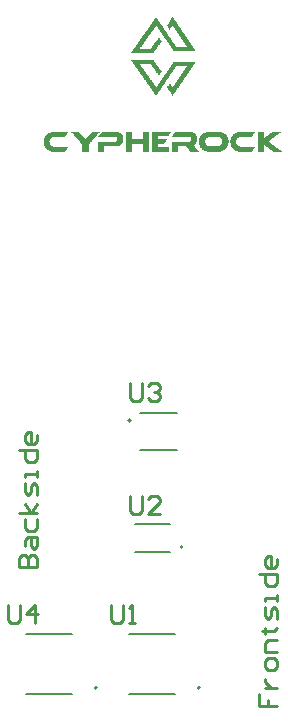
<source format=gbr>
%TF.GenerationSoftware,Altium Limited,Altium Designer,23.4.1 (23)*%
G04 Layer_Color=65535*
%FSLAX45Y45*%
%MOMM*%
%TF.SameCoordinates,B91EE142-B30E-402A-A340-A1283DCE037E*%
%TF.FilePolarity,Positive*%
%TF.FileFunction,Legend,Top*%
%TF.Part,Single*%
G01*
G75*
%TA.AperFunction,NonConductor*%
%ADD20C,0.20000*%
%ADD21C,0.12700*%
%ADD22C,0.25400*%
G36*
X1762546Y7163352D02*
X1765910D01*
Y7159988D01*
Y7156624D01*
X1769275D01*
Y7153259D01*
Y7149895D01*
X1772639D01*
Y7146531D01*
X1776004D01*
Y7143166D01*
X1779368D01*
Y7139802D01*
Y7136438D01*
X1782732D01*
Y7133073D01*
X1786097D01*
Y7129709D01*
Y7126344D01*
X1789461D01*
Y7122980D01*
X1792825D01*
Y7119616D01*
Y7116251D01*
X1796190D01*
Y7112887D01*
Y7109523D01*
X1799554D01*
Y7106158D01*
X1802918D01*
Y7102794D01*
X1806283D01*
Y7099430D01*
Y7096065D01*
X1809647D01*
Y7092701D01*
X1813012D01*
Y7089336D01*
Y7085972D01*
X1816376D01*
Y7082608D01*
X1819740D01*
Y7079243D01*
Y7075879D01*
X1823105D01*
Y7072515D01*
X1826469D01*
Y7069150D01*
X1829833D01*
Y7065786D01*
Y7062421D01*
X1833198D01*
Y7059057D01*
Y7055693D01*
X1836562D01*
Y7052328D01*
X1839926D01*
Y7048964D01*
Y7045600D01*
X1843291D01*
Y7042235D01*
X1846655D01*
Y7038871D01*
Y7035507D01*
X1850019D01*
Y7032142D01*
X1853384D01*
Y7028778D01*
Y7025413D01*
X1856748D01*
Y7022049D01*
X1860113D01*
Y7018685D01*
Y7015320D01*
X1863477D01*
Y7011956D01*
X1866841D01*
Y7008592D01*
X1870206D01*
Y7005227D01*
Y7001863D01*
X1873570D01*
Y6998499D01*
X1876935D01*
Y6995134D01*
Y6991770D01*
X1880299D01*
Y6988405D01*
X1883663D01*
Y6985041D01*
Y6981677D01*
X1887027D01*
Y6978312D01*
X1890392D01*
Y6974948D01*
Y6971584D01*
X1893756D01*
Y6968219D01*
X1897121D01*
Y6964855D01*
Y6961491D01*
X1900485D01*
Y6958126D01*
X1903849D01*
Y6954762D01*
Y6951397D01*
X1907214D01*
Y6948033D01*
X1910578D01*
Y6944669D01*
Y6941304D01*
X1913943D01*
Y6937940D01*
X1917307D01*
Y6934576D01*
Y6931211D01*
X1920671D01*
Y6927847D01*
X1924036D01*
Y6924482D01*
Y6921118D01*
X1927400D01*
Y6917754D01*
X1930764D01*
Y6914389D01*
Y6911025D01*
X1934129D01*
Y6907661D01*
X1937493D01*
Y6904296D01*
X1940857D01*
Y6900932D01*
Y6897568D01*
X1944222D01*
Y6894203D01*
X1947586D01*
Y6890839D01*
Y6887474D01*
X1950950D01*
Y6884110D01*
X1765910D01*
Y6887474D01*
X1762546D01*
Y6890839D01*
X1759182D01*
Y6894203D01*
Y6897568D01*
X1755817D01*
Y6900932D01*
X1752453D01*
Y6904296D01*
X1749089D01*
Y6907661D01*
Y6911025D01*
X1745724D01*
Y6914389D01*
X1742360D01*
Y6917754D01*
Y6921118D01*
X1738996D01*
Y6924482D01*
X1735631D01*
Y6927847D01*
Y6931211D01*
X1732267D01*
Y6934576D01*
X1728902D01*
Y6937940D01*
Y6941304D01*
X1725538D01*
Y6944669D01*
X1722174D01*
Y6948033D01*
Y6951397D01*
X1718809D01*
Y6954762D01*
X1715445D01*
Y6958126D01*
Y6961491D01*
X1712081D01*
Y6964855D01*
X1708716D01*
Y6968219D01*
Y6971584D01*
X1705352D01*
Y6974948D01*
X1701987D01*
Y6978312D01*
Y6981677D01*
X1698623D01*
Y6985041D01*
X1695259D01*
Y6988405D01*
X1691894D01*
Y6991770D01*
Y6995134D01*
X1688530D01*
Y6998499D01*
X1685166D01*
Y7001863D01*
Y7005227D01*
X1681801D01*
Y7008592D01*
X1678437D01*
Y7011956D01*
Y7015320D01*
X1675073D01*
Y7018685D01*
X1671708D01*
Y7022049D01*
Y7025413D01*
X1668344D01*
Y7028778D01*
X1664979D01*
Y7032142D01*
Y7035507D01*
X1661615D01*
Y7038871D01*
X1658251D01*
Y7042235D01*
Y7045600D01*
X1654886D01*
Y7048964D01*
X1651522D01*
Y7052328D01*
Y7055693D01*
X1648158D01*
Y7059057D01*
X1644793D01*
Y7062421D01*
Y7065786D01*
X1641429D01*
Y7069150D01*
X1638065D01*
Y7072515D01*
Y7075879D01*
X1634700D01*
Y7079243D01*
X1631336D01*
Y7082608D01*
Y7085972D01*
X1627971D01*
Y7089336D01*
X1624607D01*
Y7092701D01*
Y7096065D01*
X1617878D01*
Y7092701D01*
X1614514D01*
Y7089336D01*
Y7085972D01*
X1611150D01*
Y7082608D01*
X1607785D01*
Y7079243D01*
Y7075879D01*
X1604421D01*
Y7072515D01*
X1601056D01*
Y7069150D01*
X1597692D01*
Y7065786D01*
Y7062421D01*
X1594328D01*
Y7059057D01*
X1590963D01*
Y7055693D01*
Y7052328D01*
X1587599D01*
Y7048964D01*
X1584235D01*
Y7045600D01*
X1580870D01*
Y7042235D01*
Y7038871D01*
X1577506D01*
Y7035507D01*
X1574142D01*
Y7032142D01*
Y7028778D01*
X1570777D01*
Y7025413D01*
X1567413D01*
Y7022049D01*
Y7018685D01*
X1564048D01*
Y7015320D01*
X1560684D01*
Y7011956D01*
X1557320D01*
Y7008592D01*
Y7005227D01*
X1553955D01*
Y7001863D01*
Y6998499D01*
X1550591D01*
Y6995134D01*
X1547227D01*
Y6991770D01*
X1543862D01*
Y6988405D01*
Y6985041D01*
X1540498D01*
Y6981677D01*
X1537134D01*
Y6978312D01*
Y6974948D01*
X1533769D01*
Y6971584D01*
X1530405D01*
Y6968219D01*
X1527040D01*
Y6964855D01*
Y6961491D01*
X1523676D01*
Y6958126D01*
X1520312D01*
Y6954762D01*
Y6951397D01*
X1516947D01*
Y6948033D01*
X1513583D01*
Y6944669D01*
Y6941304D01*
X1510219D01*
Y6937940D01*
X1506854D01*
Y6934576D01*
X1503490D01*
Y6931211D01*
Y6927847D01*
X1500126D01*
Y6924482D01*
X1496761D01*
Y6921118D01*
Y6917754D01*
X1493397D01*
Y6914389D01*
X1490032D01*
Y6911025D01*
X1486668D01*
Y6907661D01*
Y6904296D01*
X1483304D01*
Y6900932D01*
Y6897568D01*
X1564048D01*
Y6894203D01*
X1570777D01*
Y6897568D01*
X1574142D01*
Y6900932D01*
X1577506D01*
Y6904296D01*
X1580870D01*
Y6907661D01*
Y6911025D01*
X1584235D01*
Y6914389D01*
Y6917754D01*
X1587599D01*
Y6921118D01*
X1590963D01*
Y6924482D01*
X1594328D01*
Y6927847D01*
Y6931211D01*
X1597692D01*
Y6934576D01*
X1601056D01*
Y6937940D01*
Y6941304D01*
X1604421D01*
Y6944669D01*
X1607785D01*
Y6948033D01*
Y6951397D01*
X1611150D01*
Y6954762D01*
X1614514D01*
Y6958126D01*
X1617878D01*
Y6961491D01*
Y6964855D01*
X1621243D01*
Y6968219D01*
X1624607D01*
Y6971584D01*
Y6974948D01*
X1627971D01*
Y6978312D01*
X1631336D01*
Y6981677D01*
X1634700D01*
Y6985041D01*
Y6988405D01*
X1638065D01*
Y6991770D01*
X1641429D01*
Y6995134D01*
Y6998499D01*
X1644793D01*
Y6995134D01*
Y6991770D01*
X1648158D01*
Y6988405D01*
Y6985041D01*
X1651522D01*
Y6981677D01*
X1654886D01*
Y6978312D01*
X1658251D01*
Y6974948D01*
Y6971584D01*
X1661615D01*
Y6968219D01*
X1664979D01*
Y6964855D01*
Y6961491D01*
Y6958126D01*
X1661615D01*
Y6954762D01*
X1658251D01*
Y6951397D01*
X1654886D01*
Y6948033D01*
Y6944669D01*
X1651522D01*
Y6941304D01*
X1648158D01*
Y6937940D01*
Y6934576D01*
X1644793D01*
Y6931211D01*
X1641429D01*
Y6927847D01*
X1638065D01*
Y6924482D01*
Y6921118D01*
X1634700D01*
Y6917754D01*
X1631336D01*
Y6914389D01*
Y6911025D01*
X1627971D01*
Y6907661D01*
X1624607D01*
Y6904296D01*
Y6900932D01*
X1621243D01*
Y6897568D01*
X1617878D01*
Y6894203D01*
X1614514D01*
Y6890839D01*
Y6887474D01*
X1611150D01*
Y6884110D01*
X1607785D01*
Y6880746D01*
Y6877381D01*
X1604421D01*
Y6874017D01*
X1601056D01*
Y6870653D01*
X1597692D01*
Y6867288D01*
Y6863924D01*
X1594328D01*
Y6860560D01*
X1402559D01*
Y6863924D01*
X1405923D01*
Y6867288D01*
X1409288D01*
Y6870653D01*
X1412652D01*
Y6874017D01*
X1416016D01*
Y6877381D01*
Y6880746D01*
X1419381D01*
Y6884110D01*
X1422745D01*
Y6887474D01*
Y6890839D01*
X1426109D01*
Y6894203D01*
X1429474D01*
Y6897568D01*
Y6900932D01*
X1432838D01*
Y6904296D01*
X1436203D01*
Y6907661D01*
Y6911025D01*
X1439567D01*
Y6914389D01*
X1442931D01*
Y6917754D01*
X1446296D01*
Y6921118D01*
Y6924482D01*
X1449660D01*
Y6927847D01*
X1453024D01*
Y6931211D01*
Y6934576D01*
X1456389D01*
Y6937940D01*
X1459753D01*
Y6941304D01*
X1463117D01*
Y6944669D01*
Y6948033D01*
X1466482D01*
Y6951397D01*
X1469846D01*
Y6954762D01*
Y6958126D01*
X1473211D01*
Y6961491D01*
X1476575D01*
Y6964855D01*
Y6968219D01*
X1479939D01*
Y6971584D01*
X1483304D01*
Y6974948D01*
X1486668D01*
Y6978312D01*
Y6981677D01*
X1490032D01*
Y6985041D01*
X1493397D01*
Y6988405D01*
Y6991770D01*
X1496761D01*
Y6995134D01*
X1500126D01*
Y6998499D01*
X1503490D01*
Y7001863D01*
Y7005227D01*
X1506854D01*
Y7008592D01*
X1510219D01*
Y7011956D01*
Y7015320D01*
X1513583D01*
Y7018685D01*
X1516947D01*
Y7022049D01*
X1520312D01*
Y7025413D01*
Y7028778D01*
X1523676D01*
Y7032142D01*
X1527040D01*
Y7035507D01*
Y7038871D01*
X1530405D01*
Y7042235D01*
X1533769D01*
Y7045600D01*
Y7048964D01*
X1537134D01*
Y7052328D01*
X1540498D01*
Y7055693D01*
Y7059057D01*
X1543862D01*
Y7062421D01*
X1547227D01*
Y7065786D01*
Y7069150D01*
X1550591D01*
Y7072515D01*
X1553955D01*
Y7075879D01*
X1557320D01*
Y7079243D01*
Y7082608D01*
X1560684D01*
Y7085972D01*
X1564048D01*
Y7089336D01*
Y7092701D01*
X1567413D01*
Y7096065D01*
X1570777D01*
Y7099430D01*
Y7102794D01*
X1574142D01*
Y7106158D01*
X1577506D01*
Y7109523D01*
X1580870D01*
Y7112887D01*
Y7116251D01*
X1584235D01*
Y7119616D01*
X1587599D01*
Y7122980D01*
Y7126344D01*
X1590963D01*
Y7129709D01*
X1594328D01*
Y7133073D01*
X1597692D01*
Y7136438D01*
Y7139802D01*
X1601056D01*
Y7143166D01*
X1604421D01*
Y7146531D01*
Y7149895D01*
X1607785D01*
Y7153259D01*
X1611150D01*
Y7156624D01*
X1614514D01*
Y7159988D01*
Y7163352D01*
X1617878D01*
Y7166717D01*
X1621243D01*
Y7163352D01*
X1624607D01*
Y7159988D01*
Y7156624D01*
X1627971D01*
Y7153259D01*
X1631336D01*
Y7149895D01*
Y7146531D01*
X1634700D01*
Y7143166D01*
X1638065D01*
Y7139802D01*
Y7136438D01*
X1641429D01*
Y7133073D01*
X1644793D01*
Y7129709D01*
Y7126344D01*
X1648158D01*
Y7122980D01*
X1651522D01*
Y7119616D01*
X1654886D01*
Y7116251D01*
Y7112887D01*
X1658251D01*
Y7109523D01*
X1661615D01*
Y7106158D01*
Y7102794D01*
X1664979D01*
Y7099430D01*
X1668344D01*
Y7096065D01*
Y7092701D01*
X1671708D01*
Y7089336D01*
X1675073D01*
Y7085972D01*
Y7082608D01*
X1678437D01*
Y7079243D01*
Y7075879D01*
X1681801D01*
Y7072515D01*
X1685166D01*
Y7069150D01*
X1688530D01*
Y7065786D01*
Y7062421D01*
X1691894D01*
Y7059057D01*
X1695259D01*
Y7055693D01*
Y7052328D01*
X1698623D01*
Y7048964D01*
X1701987D01*
Y7045600D01*
Y7042235D01*
X1705352D01*
Y7038871D01*
X1708716D01*
Y7035507D01*
Y7032142D01*
X1712081D01*
Y7028778D01*
X1715445D01*
Y7025413D01*
Y7022049D01*
X1718809D01*
Y7018685D01*
X1722174D01*
Y7015320D01*
Y7011956D01*
X1725538D01*
Y7008592D01*
X1728902D01*
Y7005227D01*
X1732267D01*
Y7001863D01*
Y6998499D01*
X1735631D01*
Y6995134D01*
X1738996D01*
Y6991770D01*
Y6988405D01*
X1742360D01*
Y6985041D01*
Y6981677D01*
X1745724D01*
Y6978312D01*
X1749089D01*
Y6974948D01*
X1752453D01*
Y6971584D01*
Y6968219D01*
X1755817D01*
Y6964855D01*
Y6961491D01*
X1759182D01*
Y6958126D01*
X1762546D01*
Y6954762D01*
X1765910D01*
Y6951397D01*
Y6948033D01*
X1769275D01*
Y6944669D01*
X1772639D01*
Y6941304D01*
Y6937940D01*
X1776004D01*
Y6934576D01*
X1779368D01*
Y6931211D01*
Y6927847D01*
X1782732D01*
Y6924482D01*
X1786097D01*
Y6921118D01*
Y6917754D01*
X1876935D01*
Y6921118D01*
Y6924482D01*
X1873570D01*
Y6927847D01*
Y6931211D01*
X1870206D01*
Y6934576D01*
X1866841D01*
Y6937940D01*
Y6941304D01*
X1863477D01*
Y6944669D01*
X1860113D01*
Y6948033D01*
X1856748D01*
Y6951397D01*
Y6954762D01*
X1853384D01*
Y6958126D01*
Y6961491D01*
X1850019D01*
Y6964855D01*
X1846655D01*
Y6968219D01*
X1843291D01*
Y6971584D01*
Y6974948D01*
X1839926D01*
Y6978312D01*
X1836562D01*
Y6981677D01*
Y6985041D01*
X1833198D01*
Y6988405D01*
X1829833D01*
Y6991770D01*
Y6995134D01*
X1826469D01*
Y6998499D01*
X1823105D01*
Y7001863D01*
Y7005227D01*
X1819740D01*
Y7008592D01*
X1816376D01*
Y7011956D01*
X1813012D01*
Y7015320D01*
Y7018685D01*
X1809647D01*
Y7022049D01*
X1806283D01*
Y7025413D01*
Y7028778D01*
X1802918D01*
Y7032142D01*
X1799554D01*
Y7035507D01*
Y7038871D01*
X1796190D01*
Y7042235D01*
X1792825D01*
Y7045600D01*
Y7048964D01*
X1789461D01*
Y7052328D01*
X1786097D01*
Y7055693D01*
Y7059057D01*
X1782732D01*
Y7062421D01*
X1779368D01*
Y7065786D01*
Y7069150D01*
X1776004D01*
Y7072515D01*
X1772639D01*
Y7075879D01*
Y7079243D01*
X1769275D01*
Y7082608D01*
X1765910D01*
Y7085972D01*
X1762546D01*
Y7089336D01*
Y7092701D01*
X1752453D01*
Y7089336D01*
Y7085972D01*
X1749089D01*
Y7082608D01*
X1745724D01*
Y7079243D01*
Y7075879D01*
X1742360D01*
Y7072515D01*
X1738996D01*
Y7069150D01*
Y7065786D01*
X1735631D01*
Y7062421D01*
X1732267D01*
Y7065786D01*
Y7069150D01*
X1728902D01*
Y7072515D01*
Y7075879D01*
X1725538D01*
Y7079243D01*
X1722174D01*
Y7082608D01*
X1718809D01*
Y7085972D01*
Y7089336D01*
X1715445D01*
Y7092701D01*
X1712081D01*
Y7096065D01*
Y7099430D01*
X1715445D01*
Y7102794D01*
X1718809D01*
Y7106158D01*
Y7109523D01*
X1722174D01*
Y7112887D01*
X1725538D01*
Y7116251D01*
Y7119616D01*
X1728902D01*
Y7122980D01*
X1732267D01*
Y7126344D01*
Y7129709D01*
X1735631D01*
Y7133073D01*
X1738996D01*
Y7136438D01*
Y7139802D01*
X1742360D01*
Y7143166D01*
Y7146531D01*
X1745724D01*
Y7149895D01*
X1749089D01*
Y7153259D01*
Y7156624D01*
X1752453D01*
Y7159988D01*
X1755817D01*
Y7163352D01*
Y7166717D01*
X1762546D01*
Y7163352D01*
D02*
G37*
G36*
X1597692Y6803365D02*
Y6800001D01*
X1601056D01*
Y6796637D01*
Y6793272D01*
X1604421D01*
Y6789908D01*
X1607785D01*
Y6786543D01*
X1611150D01*
Y6783179D01*
X1614514D01*
Y6779815D01*
Y6776451D01*
X1617878D01*
Y6773086D01*
Y6769722D01*
X1621243D01*
Y6766357D01*
X1624607D01*
Y6762993D01*
X1627971D01*
Y6759629D01*
Y6756264D01*
X1631336D01*
Y6752900D01*
X1634700D01*
Y6749535D01*
Y6746171D01*
X1638065D01*
Y6742807D01*
X1641429D01*
Y6739442D01*
X1644793D01*
Y6736078D01*
Y6732714D01*
X1648158D01*
Y6729349D01*
X1651522D01*
Y6725985D01*
Y6722621D01*
X1654886D01*
Y6719256D01*
X1658251D01*
Y6715892D01*
Y6712528D01*
X1661615D01*
Y6709163D01*
X1664979D01*
Y6705799D01*
Y6702434D01*
X1661615D01*
Y6699070D01*
Y6695706D01*
X1658251D01*
Y6692341D01*
X1654886D01*
Y6688977D01*
X1651522D01*
Y6685612D01*
Y6682248D01*
X1648158D01*
Y6678884D01*
X1644793D01*
Y6675520D01*
Y6672155D01*
X1641429D01*
Y6675520D01*
X1638065D01*
Y6678884D01*
Y6682248D01*
X1634700D01*
Y6685612D01*
X1631336D01*
Y6688977D01*
Y6692341D01*
X1627971D01*
Y6695706D01*
X1624607D01*
Y6699070D01*
X1621243D01*
Y6702434D01*
Y6705799D01*
X1617878D01*
Y6709163D01*
X1614514D01*
Y6712528D01*
Y6715892D01*
X1611150D01*
Y6719256D01*
X1607785D01*
Y6722621D01*
Y6725985D01*
X1604421D01*
Y6729349D01*
X1601056D01*
Y6732714D01*
X1597692D01*
Y6736078D01*
Y6739442D01*
X1594328D01*
Y6742807D01*
X1590963D01*
Y6746171D01*
Y6749535D01*
X1587599D01*
Y6752900D01*
X1584235D01*
Y6756264D01*
Y6759629D01*
X1580870D01*
Y6762993D01*
X1577506D01*
Y6766357D01*
X1574142D01*
Y6769722D01*
Y6773086D01*
X1483304D01*
Y6769722D01*
Y6766357D01*
Y6762993D01*
X1486668D01*
Y6759629D01*
X1490032D01*
Y6756264D01*
X1493397D01*
Y6752900D01*
Y6749535D01*
X1496761D01*
Y6746171D01*
X1500126D01*
Y6742807D01*
Y6739442D01*
X1503490D01*
Y6736078D01*
X1506854D01*
Y6732714D01*
X1510219D01*
Y6729349D01*
Y6725985D01*
X1513583D01*
Y6722621D01*
X1516947D01*
Y6719256D01*
Y6715892D01*
X1520312D01*
Y6712528D01*
X1523676D01*
Y6709163D01*
Y6705799D01*
X1527040D01*
Y6702434D01*
X1530405D01*
Y6699070D01*
X1533769D01*
Y6695706D01*
Y6692341D01*
X1537134D01*
Y6688977D01*
X1540498D01*
Y6685612D01*
Y6682248D01*
X1543862D01*
Y6678884D01*
X1547227D01*
Y6675520D01*
Y6672155D01*
X1550591D01*
Y6668791D01*
X1553955D01*
Y6665426D01*
X1557320D01*
Y6662062D01*
Y6658698D01*
X1560684D01*
Y6655333D01*
X1564048D01*
Y6651969D01*
Y6648604D01*
X1567413D01*
Y6645240D01*
X1570777D01*
Y6641876D01*
Y6638511D01*
X1574142D01*
Y6635147D01*
X1577506D01*
Y6631783D01*
X1580870D01*
Y6628419D01*
Y6625054D01*
X1584235D01*
Y6621690D01*
X1587599D01*
Y6618325D01*
Y6614961D01*
X1590963D01*
Y6611597D01*
X1594328D01*
Y6608232D01*
X1597692D01*
Y6604868D01*
Y6601503D01*
X1601056D01*
Y6598139D01*
Y6594775D01*
X1604421D01*
Y6591410D01*
X1607785D01*
Y6588046D01*
X1611150D01*
Y6584682D01*
Y6581317D01*
X1614514D01*
Y6577953D01*
X1617878D01*
Y6574589D01*
X1624607D01*
Y6577953D01*
X1627971D01*
Y6581317D01*
Y6584682D01*
X1631336D01*
Y6588046D01*
Y6591410D01*
X1634700D01*
Y6594775D01*
X1638065D01*
Y6598139D01*
X1641429D01*
Y6601503D01*
Y6604868D01*
X1644793D01*
Y6608232D01*
Y6611597D01*
X1648158D01*
Y6614961D01*
X1651522D01*
Y6618325D01*
X1654886D01*
Y6621690D01*
Y6625054D01*
X1658251D01*
Y6628419D01*
X1661615D01*
Y6631783D01*
Y6635147D01*
X1664979D01*
Y6638511D01*
X1668344D01*
Y6641876D01*
Y6645240D01*
X1671708D01*
Y6648604D01*
X1675073D01*
Y6651969D01*
Y6655333D01*
X1678437D01*
Y6658698D01*
X1681801D01*
Y6662062D01*
Y6665426D01*
X1685166D01*
Y6668791D01*
X1688530D01*
Y6672155D01*
Y6675520D01*
X1691894D01*
Y6678884D01*
X1695259D01*
Y6682248D01*
Y6685612D01*
X1698623D01*
Y6688977D01*
X1701987D01*
Y6692341D01*
X1705352D01*
Y6695706D01*
Y6699070D01*
X1708716D01*
Y6702434D01*
Y6705799D01*
X1712081D01*
Y6709163D01*
X1715445D01*
Y6712528D01*
X1718809D01*
Y6715892D01*
Y6719256D01*
X1722174D01*
Y6722621D01*
X1725538D01*
Y6725985D01*
Y6729349D01*
X1728902D01*
Y6732714D01*
X1732267D01*
Y6736078D01*
Y6739442D01*
X1735631D01*
Y6742807D01*
Y6746171D01*
X1738996D01*
Y6749535D01*
X1742360D01*
Y6752900D01*
X1745724D01*
Y6756264D01*
Y6759629D01*
X1749089D01*
Y6762993D01*
X1752453D01*
Y6766357D01*
Y6769722D01*
X1755817D01*
Y6773086D01*
X1759182D01*
Y6776451D01*
Y6779815D01*
X1762546D01*
Y6783179D01*
X1765910D01*
Y6786543D01*
X1950950D01*
Y6783179D01*
X1947586D01*
Y6779815D01*
Y6776451D01*
X1944222D01*
Y6773086D01*
X1940857D01*
Y6769722D01*
Y6766357D01*
X1937493D01*
Y6762993D01*
X1934129D01*
Y6759629D01*
Y6756264D01*
X1930764D01*
Y6752900D01*
X1927400D01*
Y6749535D01*
Y6746171D01*
X1924036D01*
Y6742807D01*
X1920671D01*
Y6739442D01*
X1917307D01*
Y6736078D01*
Y6732714D01*
X1913943D01*
Y6729349D01*
Y6725985D01*
X1910578D01*
Y6722621D01*
X1907214D01*
Y6719256D01*
Y6715892D01*
X1903849D01*
Y6712528D01*
X1900485D01*
Y6709163D01*
Y6705799D01*
X1897121D01*
Y6702434D01*
X1893756D01*
Y6699070D01*
X1890392D01*
Y6695706D01*
Y6692341D01*
X1887027D01*
Y6688977D01*
Y6685612D01*
X1883663D01*
Y6682248D01*
X1880299D01*
Y6678884D01*
X1876935D01*
Y6675520D01*
Y6672155D01*
X1873570D01*
Y6668791D01*
Y6665426D01*
X1870206D01*
Y6662062D01*
X1866841D01*
Y6658698D01*
X1863477D01*
Y6655333D01*
Y6651969D01*
X1860113D01*
Y6648604D01*
X1856748D01*
Y6645240D01*
Y6641876D01*
X1853384D01*
Y6638511D01*
X1850019D01*
Y6635147D01*
Y6631783D01*
X1846655D01*
Y6628419D01*
X1843291D01*
Y6625054D01*
Y6621690D01*
X1839926D01*
Y6618325D01*
X1836562D01*
Y6614961D01*
Y6611597D01*
X1833198D01*
Y6608232D01*
X1829833D01*
Y6604868D01*
Y6601503D01*
X1826469D01*
Y6598139D01*
X1823105D01*
Y6594775D01*
Y6591410D01*
X1819740D01*
Y6588046D01*
X1816376D01*
Y6584682D01*
X1813012D01*
Y6581317D01*
Y6577953D01*
X1809647D01*
Y6574589D01*
Y6571224D01*
X1806283D01*
Y6567860D01*
X1802918D01*
Y6564495D01*
X1799554D01*
Y6561131D01*
Y6557767D01*
X1796190D01*
Y6554402D01*
Y6551038D01*
X1792825D01*
Y6547673D01*
X1789461D01*
Y6544309D01*
Y6540945D01*
X1786097D01*
Y6537581D01*
X1782732D01*
Y6534216D01*
Y6530852D01*
X1779368D01*
Y6527487D01*
X1776004D01*
Y6524123D01*
X1772639D01*
Y6520759D01*
Y6517394D01*
X1769275D01*
Y6514030D01*
X1765910D01*
Y6510666D01*
Y6507301D01*
X1762546D01*
Y6503937D01*
Y6500572D01*
X1759182D01*
Y6503937D01*
X1755817D01*
Y6507301D01*
Y6510666D01*
X1752453D01*
Y6514030D01*
X1749089D01*
Y6517394D01*
X1745724D01*
Y6520759D01*
Y6524123D01*
X1742360D01*
Y6527487D01*
Y6530852D01*
X1738996D01*
Y6534216D01*
X1735631D01*
Y6537581D01*
Y6540945D01*
X1732267D01*
Y6544309D01*
X1728902D01*
Y6547673D01*
Y6551038D01*
X1725538D01*
Y6554402D01*
X1722174D01*
Y6557767D01*
Y6561131D01*
X1718809D01*
Y6564495D01*
X1715445D01*
Y6567860D01*
Y6571224D01*
X1712081D01*
Y6574589D01*
X1715445D01*
Y6577953D01*
Y6581317D01*
X1718809D01*
Y6584682D01*
X1722174D01*
Y6588046D01*
X1725538D01*
Y6591410D01*
Y6594775D01*
X1728902D01*
Y6598139D01*
Y6601503D01*
X1732267D01*
Y6604868D01*
X1735631D01*
Y6601503D01*
X1738996D01*
Y6598139D01*
X1742360D01*
Y6594775D01*
Y6591410D01*
X1745724D01*
Y6588046D01*
X1749089D01*
Y6584682D01*
Y6581317D01*
X1752453D01*
Y6577953D01*
X1755817D01*
Y6574589D01*
X1762546D01*
Y6577953D01*
Y6581317D01*
X1765910D01*
Y6584682D01*
Y6588046D01*
X1769275D01*
Y6591410D01*
X1772639D01*
Y6594775D01*
X1776004D01*
Y6598139D01*
Y6601503D01*
X1779368D01*
Y6604868D01*
X1782732D01*
Y6608232D01*
Y6611597D01*
X1786097D01*
Y6614961D01*
X1789461D01*
Y6618325D01*
Y6621690D01*
X1792825D01*
Y6625054D01*
X1796190D01*
Y6628419D01*
Y6631783D01*
X1799554D01*
Y6635147D01*
X1802918D01*
Y6638511D01*
Y6641876D01*
X1806283D01*
Y6645240D01*
X1809647D01*
Y6648604D01*
Y6651969D01*
X1813012D01*
Y6655333D01*
X1816376D01*
Y6658698D01*
X1819740D01*
Y6662062D01*
Y6665426D01*
X1823105D01*
Y6668791D01*
Y6672155D01*
X1826469D01*
Y6675520D01*
X1829833D01*
Y6678884D01*
X1833198D01*
Y6682248D01*
Y6685612D01*
X1836562D01*
Y6688977D01*
Y6692341D01*
X1839926D01*
Y6695706D01*
X1843291D01*
Y6699070D01*
X1846655D01*
Y6702434D01*
Y6705799D01*
X1850019D01*
Y6709163D01*
X1853384D01*
Y6712528D01*
Y6715892D01*
X1856748D01*
Y6719256D01*
X1860113D01*
Y6722621D01*
X1863477D01*
Y6725985D01*
Y6729349D01*
X1866841D01*
Y6732714D01*
Y6736078D01*
X1870206D01*
Y6739442D01*
X1873570D01*
Y6742807D01*
X1876935D01*
Y6746171D01*
Y6749535D01*
Y6752900D01*
X1789461D01*
Y6749535D01*
X1786097D01*
Y6746171D01*
X1782732D01*
Y6742807D01*
Y6739442D01*
X1779368D01*
Y6736078D01*
X1776004D01*
Y6732714D01*
Y6729349D01*
X1772639D01*
Y6725985D01*
X1769275D01*
Y6722621D01*
X1765910D01*
Y6719256D01*
Y6715892D01*
X1762546D01*
Y6712528D01*
X1759182D01*
Y6709163D01*
Y6705799D01*
X1755817D01*
Y6702434D01*
X1752453D01*
Y6699070D01*
Y6695706D01*
X1749089D01*
Y6692341D01*
X1745724D01*
Y6688977D01*
Y6685612D01*
X1742360D01*
Y6682248D01*
X1738996D01*
Y6678884D01*
Y6675520D01*
X1735631D01*
Y6672155D01*
X1732267D01*
Y6668791D01*
Y6665426D01*
X1728902D01*
Y6662062D01*
X1725538D01*
Y6658698D01*
Y6655333D01*
X1722174D01*
Y6651969D01*
X1718809D01*
Y6648604D01*
Y6645240D01*
X1715445D01*
Y6641876D01*
X1712081D01*
Y6638511D01*
Y6635147D01*
X1708716D01*
Y6631783D01*
X1705352D01*
Y6628419D01*
X1701987D01*
Y6625054D01*
Y6621690D01*
X1698623D01*
Y6618325D01*
Y6614961D01*
X1695259D01*
Y6611597D01*
X1691894D01*
Y6608232D01*
Y6604868D01*
X1688530D01*
Y6601503D01*
X1685166D01*
Y6598139D01*
Y6594775D01*
X1681801D01*
Y6591410D01*
X1678437D01*
Y6588046D01*
X1675073D01*
Y6584682D01*
Y6581317D01*
X1671708D01*
Y6577953D01*
Y6574589D01*
X1668344D01*
Y6571224D01*
X1664979D01*
Y6567860D01*
X1661615D01*
Y6564495D01*
Y6561131D01*
X1658251D01*
Y6557767D01*
Y6554402D01*
X1654886D01*
Y6551038D01*
X1651522D01*
Y6547673D01*
X1648158D01*
Y6544309D01*
Y6540945D01*
X1644793D01*
Y6537581D01*
Y6534216D01*
X1641429D01*
Y6530852D01*
X1638065D01*
Y6527487D01*
X1634700D01*
Y6524123D01*
Y6520759D01*
X1631336D01*
Y6517394D01*
X1627971D01*
Y6514030D01*
Y6510666D01*
X1624607D01*
Y6507301D01*
X1621243D01*
Y6503937D01*
Y6500572D01*
X1617878D01*
Y6503937D01*
Y6507301D01*
X1614514D01*
Y6510666D01*
X1611150D01*
Y6514030D01*
X1607785D01*
Y6517394D01*
Y6520759D01*
X1604421D01*
Y6524123D01*
X1601056D01*
Y6527487D01*
Y6530852D01*
X1597692D01*
Y6534216D01*
X1594328D01*
Y6537581D01*
X1590963D01*
Y6540945D01*
Y6544309D01*
X1587599D01*
Y6547673D01*
X1584235D01*
Y6551038D01*
Y6554402D01*
X1580870D01*
Y6557767D01*
X1577506D01*
Y6561131D01*
Y6564495D01*
X1574142D01*
Y6567860D01*
X1570777D01*
Y6571224D01*
Y6574589D01*
X1567413D01*
Y6577953D01*
X1564048D01*
Y6581317D01*
X1560684D01*
Y6584682D01*
Y6588046D01*
X1557320D01*
Y6591410D01*
X1553955D01*
Y6594775D01*
Y6598139D01*
X1550591D01*
Y6601503D01*
X1547227D01*
Y6604868D01*
X1543862D01*
Y6608232D01*
Y6611597D01*
X1540498D01*
Y6614961D01*
X1537134D01*
Y6618325D01*
Y6621690D01*
X1533769D01*
Y6625054D01*
X1530405D01*
Y6628419D01*
Y6631783D01*
X1527040D01*
Y6635147D01*
X1523676D01*
Y6638511D01*
X1520312D01*
Y6641876D01*
Y6645240D01*
X1516947D01*
Y6648604D01*
X1513583D01*
Y6651969D01*
Y6655333D01*
X1510219D01*
Y6658698D01*
X1506854D01*
Y6662062D01*
Y6665426D01*
X1503490D01*
Y6668791D01*
X1500126D01*
Y6672155D01*
X1496761D01*
Y6675520D01*
Y6678884D01*
X1493397D01*
Y6682248D01*
Y6685612D01*
X1490032D01*
Y6688977D01*
X1486668D01*
Y6692341D01*
X1483304D01*
Y6695706D01*
X1479939D01*
Y6699070D01*
Y6702434D01*
X1476575D01*
Y6705799D01*
Y6709163D01*
X1473211D01*
Y6712528D01*
X1469846D01*
Y6715892D01*
X1466482D01*
Y6719256D01*
Y6722621D01*
X1463117D01*
Y6725985D01*
X1459753D01*
Y6729349D01*
Y6732714D01*
X1456389D01*
Y6736078D01*
X1453024D01*
Y6739442D01*
Y6742807D01*
X1449660D01*
Y6746171D01*
X1446296D01*
Y6749535D01*
X1442931D01*
Y6752900D01*
Y6756264D01*
X1439567D01*
Y6759629D01*
X1436203D01*
Y6762993D01*
Y6766357D01*
X1432838D01*
Y6769722D01*
X1429474D01*
Y6773086D01*
X1426109D01*
Y6776451D01*
Y6779815D01*
X1422745D01*
Y6783179D01*
X1419381D01*
Y6786543D01*
Y6789908D01*
X1416016D01*
Y6793272D01*
X1412652D01*
Y6796637D01*
X1409288D01*
Y6800001D01*
Y6803365D01*
X1405923D01*
Y6806730D01*
X1597692D01*
Y6803365D01*
D02*
G37*
G36*
X2681018Y6194415D02*
X2674289D01*
Y6191051D01*
X2670925D01*
Y6187686D01*
X2667560D01*
Y6184322D01*
X2660831D01*
Y6180958D01*
X2657467D01*
Y6177593D01*
X2654103D01*
Y6174229D01*
X2647374D01*
Y6170865D01*
X2644010D01*
Y6167500D01*
X2637281D01*
Y6164136D01*
X2633916D01*
Y6160772D01*
X2630552D01*
Y6157407D01*
X2627188D01*
Y6154043D01*
X2620459D01*
Y6150678D01*
X2617095D01*
Y6147314D01*
X2610366D01*
Y6143950D01*
X2607002D01*
Y6140585D01*
X2603637D01*
Y6137221D01*
X2600273D01*
Y6133857D01*
X2593544D01*
Y6130492D01*
X2590180D01*
Y6127128D01*
X2586816D01*
Y6123763D01*
X2580087D01*
Y6120399D01*
X2576722D01*
Y6117035D01*
X2573358D01*
Y6113671D01*
Y6110306D01*
X2576722D01*
Y6106942D01*
X2580087D01*
Y6103577D01*
X2586816D01*
Y6100213D01*
X2590180D01*
Y6096849D01*
X2596908D01*
Y6093484D01*
X2600273D01*
Y6090120D01*
X2603637D01*
Y6086755D01*
X2610366D01*
Y6083391D01*
X2613730D01*
Y6080027D01*
X2617095D01*
Y6076662D01*
X2623824D01*
Y6073298D01*
X2627188D01*
Y6069934D01*
X2633916D01*
Y6066570D01*
X2637281D01*
Y6063205D01*
X2640645D01*
Y6059841D01*
X2644010D01*
Y6056476D01*
X2650738D01*
Y6053112D01*
X2654103D01*
Y6049748D01*
X2660831D01*
Y6046383D01*
X2664196D01*
Y6043019D01*
X2667560D01*
Y6039654D01*
X2674289D01*
Y6036290D01*
X2677653D01*
Y6032926D01*
X2681018D01*
Y6029561D01*
X2610366D01*
Y6032926D01*
X2607002D01*
Y6036290D01*
X2600273D01*
Y6039654D01*
X2596908D01*
Y6043019D01*
X2590180D01*
Y6046383D01*
X2586816D01*
Y6049748D01*
X2580087D01*
Y6053112D01*
X2576722D01*
Y6056476D01*
X2569994D01*
Y6059841D01*
X2566629D01*
Y6063205D01*
X2563265D01*
Y6066570D01*
X2556536D01*
Y6069934D01*
X2553172D01*
Y6073298D01*
X2546443D01*
Y6076662D01*
X2543079D01*
Y6080027D01*
X2539715D01*
Y6083391D01*
X2529621D01*
Y6080027D01*
Y6076662D01*
Y6073298D01*
Y6069934D01*
Y6066570D01*
Y6063205D01*
Y6059841D01*
Y6056476D01*
Y6053112D01*
Y6049748D01*
Y6046383D01*
Y6043019D01*
Y6039654D01*
Y6036290D01*
Y6032926D01*
Y6029561D01*
X2479156D01*
Y6032926D01*
Y6036290D01*
Y6039654D01*
Y6043019D01*
Y6046383D01*
Y6049748D01*
Y6053112D01*
Y6056476D01*
Y6059841D01*
Y6063205D01*
Y6066570D01*
Y6069934D01*
Y6073298D01*
Y6076662D01*
Y6080027D01*
Y6083391D01*
Y6086755D01*
Y6090120D01*
Y6093484D01*
Y6096849D01*
Y6100213D01*
Y6103577D01*
Y6106942D01*
Y6110306D01*
Y6113671D01*
Y6117035D01*
Y6120399D01*
Y6123763D01*
Y6127128D01*
Y6130492D01*
Y6133857D01*
Y6137221D01*
Y6140585D01*
Y6143950D01*
Y6147314D01*
Y6150678D01*
Y6154043D01*
Y6157407D01*
Y6160772D01*
Y6164136D01*
Y6167500D01*
Y6170865D01*
Y6174229D01*
Y6177593D01*
Y6180958D01*
Y6184322D01*
Y6187686D01*
Y6191051D01*
Y6194415D01*
Y6197780D01*
X2529621D01*
Y6194415D01*
Y6191051D01*
Y6187686D01*
Y6184322D01*
Y6180958D01*
Y6177593D01*
Y6174229D01*
Y6170865D01*
Y6167500D01*
Y6164136D01*
Y6160772D01*
Y6157407D01*
Y6154043D01*
Y6150678D01*
Y6147314D01*
Y6143950D01*
Y6140585D01*
X2532986D01*
Y6143950D01*
X2539715D01*
Y6147314D01*
X2543079D01*
Y6150678D01*
X2546443D01*
Y6154043D01*
X2553172D01*
Y6157407D01*
X2556536D01*
Y6160772D01*
X2563265D01*
Y6164136D01*
X2566629D01*
Y6167500D01*
X2569994D01*
Y6170865D01*
X2576722D01*
Y6174229D01*
X2580087D01*
Y6177593D01*
X2583451D01*
Y6180958D01*
X2586816D01*
Y6184322D01*
X2593544D01*
Y6187686D01*
X2596908D01*
Y6191051D01*
X2603637D01*
Y6194415D01*
X2607002D01*
Y6197780D01*
X2681018D01*
Y6194415D01*
D02*
G37*
G36*
X1560684D02*
Y6191051D01*
Y6187686D01*
Y6184322D01*
Y6180958D01*
Y6177593D01*
Y6174229D01*
Y6170865D01*
Y6167500D01*
Y6164136D01*
Y6160772D01*
Y6157407D01*
Y6154043D01*
Y6150678D01*
Y6147314D01*
Y6143950D01*
Y6140585D01*
Y6137221D01*
Y6133857D01*
Y6130492D01*
Y6127128D01*
Y6123763D01*
Y6120399D01*
Y6117035D01*
Y6113671D01*
Y6110306D01*
Y6106942D01*
Y6103577D01*
Y6100213D01*
Y6096849D01*
Y6093484D01*
Y6090120D01*
Y6086755D01*
Y6083391D01*
Y6080027D01*
Y6076662D01*
Y6073298D01*
Y6069934D01*
Y6066570D01*
Y6063205D01*
Y6059841D01*
Y6056476D01*
Y6053112D01*
Y6049748D01*
Y6046383D01*
Y6043019D01*
Y6039654D01*
Y6036290D01*
Y6032926D01*
Y6029561D01*
X1510219D01*
Y6032926D01*
Y6036290D01*
Y6039654D01*
Y6043019D01*
Y6046383D01*
Y6049748D01*
Y6053112D01*
Y6056476D01*
Y6059841D01*
Y6063205D01*
Y6066570D01*
Y6069934D01*
Y6073298D01*
Y6076662D01*
Y6080027D01*
Y6083391D01*
Y6086755D01*
Y6090120D01*
Y6093484D01*
X1416016D01*
Y6090120D01*
X1412652D01*
Y6086755D01*
Y6083391D01*
Y6080027D01*
Y6076662D01*
Y6073298D01*
Y6069934D01*
Y6066570D01*
Y6063205D01*
Y6059841D01*
Y6056476D01*
Y6053112D01*
Y6049748D01*
Y6046383D01*
Y6043019D01*
Y6039654D01*
Y6036290D01*
Y6032926D01*
X1416016D01*
Y6029561D01*
X1362187D01*
Y6032926D01*
Y6036290D01*
Y6039654D01*
Y6043019D01*
Y6046383D01*
Y6049748D01*
Y6053112D01*
Y6056476D01*
Y6059841D01*
Y6063205D01*
Y6066570D01*
Y6069934D01*
Y6073298D01*
Y6076662D01*
Y6080027D01*
Y6083391D01*
Y6086755D01*
Y6090120D01*
Y6093484D01*
Y6096849D01*
Y6100213D01*
Y6103577D01*
Y6106942D01*
Y6110306D01*
Y6113671D01*
Y6117035D01*
Y6120399D01*
Y6123763D01*
Y6127128D01*
Y6130492D01*
Y6133857D01*
Y6137221D01*
Y6140585D01*
Y6143950D01*
Y6147314D01*
Y6150678D01*
Y6154043D01*
Y6157407D01*
Y6160772D01*
Y6164136D01*
Y6167500D01*
Y6170865D01*
Y6174229D01*
Y6177593D01*
Y6180958D01*
Y6184322D01*
Y6187686D01*
Y6191051D01*
Y6194415D01*
Y6197780D01*
X1416016D01*
Y6194415D01*
X1412652D01*
Y6191051D01*
Y6187686D01*
Y6184322D01*
Y6180958D01*
Y6177593D01*
Y6174229D01*
Y6170865D01*
Y6167500D01*
Y6164136D01*
Y6160772D01*
Y6157407D01*
Y6154043D01*
Y6150678D01*
Y6147314D01*
Y6143950D01*
Y6140585D01*
Y6137221D01*
X1510219D01*
Y6140585D01*
Y6143950D01*
Y6147314D01*
Y6150678D01*
Y6154043D01*
Y6157407D01*
Y6160772D01*
Y6164136D01*
Y6167500D01*
Y6170865D01*
Y6174229D01*
Y6177593D01*
Y6180958D01*
Y6184322D01*
Y6187686D01*
Y6191051D01*
Y6194415D01*
Y6197780D01*
X1560684D01*
Y6194415D01*
D02*
G37*
G36*
X1140138D02*
Y6191051D01*
X1136774D01*
Y6187686D01*
X1133410D01*
Y6184322D01*
X1130045D01*
Y6180958D01*
X1126681D01*
Y6177593D01*
X1123317D01*
Y6174229D01*
X1119952D01*
Y6170865D01*
Y6167500D01*
X1116588D01*
Y6164136D01*
X1113224D01*
Y6160772D01*
X1109859D01*
Y6157407D01*
X1106495D01*
Y6154043D01*
X1103130D01*
Y6150678D01*
X1099766D01*
Y6147314D01*
Y6143950D01*
X1096402D01*
Y6140585D01*
X1093037D01*
Y6137221D01*
X1089673D01*
Y6133857D01*
X1086309D01*
Y6130492D01*
X1082944D01*
Y6127128D01*
X1079580D01*
Y6123763D01*
Y6120399D01*
X1076216D01*
Y6117035D01*
X1072851D01*
Y6113671D01*
X1069487D01*
Y6110306D01*
X1066122D01*
Y6106942D01*
X1062758D01*
Y6103577D01*
X1059394D01*
Y6100213D01*
Y6096849D01*
X1056029D01*
Y6093484D01*
X1052665D01*
Y6090120D01*
X1049301D01*
Y6086755D01*
Y6083391D01*
Y6080027D01*
Y6076662D01*
Y6073298D01*
Y6069934D01*
Y6066570D01*
Y6063205D01*
Y6059841D01*
Y6056476D01*
Y6053112D01*
Y6049748D01*
Y6046383D01*
Y6043019D01*
Y6039654D01*
Y6036290D01*
Y6032926D01*
Y6029561D01*
X995471D01*
Y6032926D01*
Y6036290D01*
Y6039654D01*
Y6043019D01*
Y6046383D01*
Y6049748D01*
Y6053112D01*
Y6056476D01*
Y6059841D01*
Y6063205D01*
Y6066570D01*
Y6069934D01*
Y6073298D01*
Y6076662D01*
Y6080027D01*
Y6083391D01*
Y6086755D01*
Y6090120D01*
X992106D01*
Y6093484D01*
X988742D01*
Y6096849D01*
X985378D01*
Y6100213D01*
X982013D01*
Y6103577D01*
X978649D01*
Y6106942D01*
Y6110306D01*
X975285D01*
Y6113671D01*
X971920D01*
Y6117035D01*
X968556D01*
Y6120399D01*
X965191D01*
Y6123763D01*
X961827D01*
Y6127128D01*
Y6130492D01*
X955098D01*
Y6133857D01*
X951734D01*
Y6137221D01*
Y6140585D01*
X948370D01*
Y6143950D01*
X945005D01*
Y6147314D01*
X941641D01*
Y6150678D01*
X938277D01*
Y6154043D01*
X934912D01*
Y6157407D01*
Y6160772D01*
X928183D01*
Y6164136D01*
X924819D01*
Y6167500D01*
Y6170865D01*
X921455D01*
Y6174229D01*
X918090D01*
Y6177593D01*
X914726D01*
Y6180958D01*
X911362D01*
Y6184322D01*
X907997D01*
Y6187686D01*
X904633D01*
Y6191051D01*
X901268D01*
Y6194415D01*
X897904D01*
Y6197780D01*
X965191D01*
Y6194415D01*
X968556D01*
Y6191051D01*
X971920D01*
Y6187686D01*
X975285D01*
Y6184322D01*
X978649D01*
Y6180958D01*
X982013D01*
Y6177593D01*
X985378D01*
Y6174229D01*
Y6170865D01*
X988742D01*
Y6167500D01*
X992106D01*
Y6164136D01*
X995471D01*
Y6160772D01*
X998835D01*
Y6157407D01*
X1002199D01*
Y6154043D01*
Y6150678D01*
X1008928D01*
Y6147314D01*
X1012293D01*
Y6143950D01*
Y6140585D01*
X1015657D01*
Y6137221D01*
X1019021D01*
Y6133857D01*
X1025750D01*
Y6137221D01*
X1029114D01*
Y6140585D01*
X1032479D01*
Y6143950D01*
X1035843D01*
Y6147314D01*
Y6150678D01*
X1039207D01*
Y6154043D01*
X1042572D01*
Y6157407D01*
X1045936D01*
Y6160772D01*
X1049301D01*
Y6164136D01*
X1052665D01*
Y6167500D01*
X1056029D01*
Y6170865D01*
Y6174229D01*
X1062758D01*
Y6177593D01*
Y6180958D01*
X1066122D01*
Y6184322D01*
X1069487D01*
Y6187686D01*
X1072851D01*
Y6191051D01*
X1076216D01*
Y6194415D01*
Y6197780D01*
X1140138D01*
Y6194415D01*
D02*
G37*
G36*
X2162906D02*
X2176363D01*
Y6191051D01*
X2186456D01*
Y6187686D01*
X2193185D01*
Y6184322D01*
X2196549D01*
Y6180958D01*
X2203278D01*
Y6177593D01*
X2206642D01*
Y6174229D01*
X2210007D01*
Y6170865D01*
X2213371D01*
Y6167500D01*
X2216735D01*
Y6164136D01*
Y6160772D01*
X2220100D01*
Y6157407D01*
Y6154043D01*
X2223464D01*
Y6150678D01*
X2226828D01*
Y6147314D01*
Y6143950D01*
Y6140585D01*
Y6137221D01*
X2230193D01*
Y6133857D01*
Y6130492D01*
Y6127128D01*
X2233557D01*
Y6123763D01*
Y6120399D01*
Y6117035D01*
Y6113671D01*
Y6110306D01*
Y6106942D01*
Y6103577D01*
Y6100213D01*
X2230193D01*
Y6096849D01*
Y6093484D01*
Y6090120D01*
Y6086755D01*
X2226828D01*
Y6083391D01*
Y6080027D01*
Y6076662D01*
X2223464D01*
Y6073298D01*
X2220100D01*
Y6069934D01*
Y6066570D01*
X2216735D01*
Y6063205D01*
Y6059841D01*
X2213371D01*
Y6056476D01*
X2210007D01*
Y6053112D01*
X2206642D01*
Y6049748D01*
X2203278D01*
Y6046383D01*
X2196549D01*
Y6043019D01*
X2193185D01*
Y6039654D01*
X2186456D01*
Y6036290D01*
X2176363D01*
Y6032926D01*
X2166270D01*
Y6029561D01*
X2048517D01*
Y6032926D01*
X2038424D01*
Y6036290D01*
X2028331D01*
Y6039654D01*
X2021602D01*
Y6043019D01*
X2014873D01*
Y6046383D01*
X2011509D01*
Y6049748D01*
X2008145D01*
Y6053112D01*
X2004780D01*
Y6056476D01*
X2001416D01*
Y6059841D01*
X1998052D01*
Y6063205D01*
X1994687D01*
Y6066570D01*
Y6069934D01*
X1991323D01*
Y6073298D01*
Y6076662D01*
X1987958D01*
Y6080027D01*
Y6083391D01*
Y6086755D01*
X1984594D01*
Y6090120D01*
Y6093484D01*
Y6096849D01*
Y6100213D01*
X1981230D01*
Y6103577D01*
X1984594D01*
Y6106942D01*
Y6110306D01*
X1981230D01*
Y6113671D01*
Y6117035D01*
X1984594D01*
Y6120399D01*
Y6123763D01*
X1981230D01*
Y6127128D01*
X1984594D01*
Y6130492D01*
Y6133857D01*
Y6137221D01*
Y6140585D01*
X1987958D01*
Y6143950D01*
Y6147314D01*
Y6150678D01*
X1991323D01*
Y6154043D01*
Y6157407D01*
X1994687D01*
Y6160772D01*
X1998052D01*
Y6164136D01*
Y6167500D01*
X2001416D01*
Y6170865D01*
X2004780D01*
Y6174229D01*
X2008145D01*
Y6177593D01*
X2011509D01*
Y6180958D01*
X2018238D01*
Y6184322D01*
X2021602D01*
Y6187686D01*
X2028331D01*
Y6191051D01*
X2038424D01*
Y6194415D01*
X2051881D01*
Y6197780D01*
X2162906D01*
Y6194415D01*
D02*
G37*
G36*
X1920671D02*
X1930764D01*
Y6191051D01*
X1937493D01*
Y6187686D01*
X1944222D01*
Y6184322D01*
X1947586D01*
Y6180958D01*
X1950950D01*
Y6177593D01*
X1954315D01*
Y6174229D01*
X1957679D01*
Y6170865D01*
Y6167500D01*
X1961044D01*
Y6164136D01*
X1964408D01*
Y6160772D01*
Y6157407D01*
Y6154043D01*
Y6150678D01*
X1967772D01*
Y6147314D01*
Y6143950D01*
Y6140585D01*
Y6137221D01*
Y6133857D01*
Y6130492D01*
Y6127128D01*
Y6123763D01*
Y6120399D01*
Y6117035D01*
X1964408D01*
Y6113671D01*
Y6110306D01*
Y6106942D01*
X1961044D01*
Y6103577D01*
Y6100213D01*
X1957679D01*
Y6096849D01*
X1954315D01*
Y6093484D01*
X1950950D01*
Y6090120D01*
X1947586D01*
Y6086755D01*
X1944222D01*
Y6083391D01*
X1940857D01*
Y6080027D01*
X1937493D01*
Y6076662D01*
X1940857D01*
Y6073298D01*
X1944222D01*
Y6069934D01*
X1947586D01*
Y6066570D01*
X1950950D01*
Y6063205D01*
X1954315D01*
Y6059841D01*
X1957679D01*
Y6056476D01*
X1961044D01*
Y6053112D01*
X1964408D01*
Y6049748D01*
X1967772D01*
Y6046383D01*
X1971137D01*
Y6043019D01*
X1974501D01*
Y6039654D01*
X1977865D01*
Y6036290D01*
Y6032926D01*
X1981230D01*
Y6029561D01*
X1907214D01*
Y6032926D01*
X1903849D01*
Y6036290D01*
X1900485D01*
Y6039654D01*
X1897121D01*
Y6043019D01*
Y6046383D01*
X1893756D01*
Y6049748D01*
X1890392D01*
Y6053112D01*
X1887027D01*
Y6056476D01*
X1883663D01*
Y6059841D01*
X1880299D01*
Y6063205D01*
X1876935D01*
Y6066570D01*
Y6069934D01*
X1873570D01*
Y6073298D01*
X1802918D01*
Y6069934D01*
Y6066570D01*
Y6063205D01*
Y6059841D01*
Y6056476D01*
Y6053112D01*
Y6049748D01*
Y6046383D01*
Y6043019D01*
Y6039654D01*
Y6036290D01*
Y6032926D01*
Y6029561D01*
X1752453D01*
Y6032926D01*
Y6036290D01*
Y6039654D01*
Y6043019D01*
Y6046383D01*
Y6049748D01*
Y6053112D01*
Y6056476D01*
Y6059841D01*
Y6063205D01*
Y6066570D01*
Y6069934D01*
Y6073298D01*
Y6076662D01*
Y6080027D01*
Y6083391D01*
Y6086755D01*
Y6090120D01*
Y6093484D01*
Y6096849D01*
Y6100213D01*
Y6103577D01*
Y6106942D01*
Y6110306D01*
Y6113671D01*
X1903849D01*
Y6117035D01*
X1907214D01*
Y6120399D01*
X1913943D01*
Y6123763D01*
Y6127128D01*
X1917307D01*
Y6130492D01*
Y6133857D01*
Y6137221D01*
Y6140585D01*
Y6143950D01*
X1913943D01*
Y6147314D01*
X1910578D01*
Y6150678D01*
X1907214D01*
Y6154043D01*
X1752453D01*
Y6157407D01*
X1755817D01*
Y6160772D01*
X1759182D01*
Y6164136D01*
Y6167500D01*
X1762546D01*
Y6170865D01*
X1765910D01*
Y6174229D01*
X1769275D01*
Y6177593D01*
Y6180958D01*
X1772639D01*
Y6184322D01*
X1776004D01*
Y6187686D01*
Y6191051D01*
X1779368D01*
Y6194415D01*
X1782732D01*
Y6197780D01*
X1920671D01*
Y6194415D01*
D02*
G37*
G36*
X1749089D02*
X1745724D01*
Y6191051D01*
Y6187686D01*
X1742360D01*
Y6184322D01*
X1738996D01*
Y6180958D01*
Y6177593D01*
X1735631D01*
Y6174229D01*
X1732267D01*
Y6170865D01*
Y6167500D01*
X1728902D01*
Y6164136D01*
X1725538D01*
Y6160772D01*
Y6157407D01*
X1634700D01*
Y6154043D01*
Y6150678D01*
Y6147314D01*
Y6143950D01*
Y6140585D01*
Y6137221D01*
Y6133857D01*
X1712081D01*
Y6130492D01*
X1708716D01*
Y6127128D01*
Y6123763D01*
X1705352D01*
Y6120399D01*
X1701987D01*
Y6117035D01*
Y6113671D01*
X1698623D01*
Y6110306D01*
X1695259D01*
Y6106942D01*
Y6103577D01*
X1691894D01*
Y6100213D01*
X1688530D01*
Y6096849D01*
Y6093484D01*
X1638065D01*
Y6090120D01*
X1634700D01*
Y6086755D01*
Y6083391D01*
Y6080027D01*
Y6076662D01*
Y6073298D01*
Y6069934D01*
X1732267D01*
Y6066570D01*
Y6063205D01*
Y6059841D01*
Y6056476D01*
Y6053112D01*
Y6049748D01*
Y6046383D01*
Y6043019D01*
Y6039654D01*
Y6036290D01*
Y6032926D01*
Y6029561D01*
X1584235D01*
Y6032926D01*
Y6036290D01*
Y6039654D01*
Y6043019D01*
Y6046383D01*
Y6049748D01*
Y6053112D01*
Y6056476D01*
Y6059841D01*
Y6063205D01*
Y6066570D01*
Y6069934D01*
Y6073298D01*
Y6076662D01*
Y6080027D01*
Y6083391D01*
Y6086755D01*
Y6090120D01*
Y6093484D01*
Y6096849D01*
Y6100213D01*
Y6103577D01*
Y6106942D01*
Y6110306D01*
Y6113671D01*
Y6117035D01*
Y6120399D01*
Y6123763D01*
Y6127128D01*
Y6130492D01*
Y6133857D01*
Y6137221D01*
Y6140585D01*
Y6143950D01*
Y6147314D01*
Y6150678D01*
Y6154043D01*
Y6157407D01*
Y6160772D01*
Y6164136D01*
Y6167500D01*
Y6170865D01*
Y6174229D01*
Y6177593D01*
Y6180958D01*
Y6184322D01*
Y6187686D01*
Y6191051D01*
Y6194415D01*
Y6197780D01*
X1749089D01*
Y6194415D01*
D02*
G37*
G36*
X1294899D02*
X1304992D01*
Y6191051D01*
X1311721D01*
Y6187686D01*
X1318450D01*
Y6184322D01*
X1321814D01*
Y6180958D01*
X1325178D01*
Y6177593D01*
X1328543D01*
Y6174229D01*
X1331907D01*
Y6170865D01*
X1335272D01*
Y6167500D01*
Y6164136D01*
Y6160772D01*
X1338636D01*
Y6157407D01*
Y6154043D01*
X1342000D01*
Y6150678D01*
Y6147314D01*
Y6143950D01*
Y6140585D01*
Y6137221D01*
Y6133857D01*
Y6130492D01*
Y6127128D01*
Y6123763D01*
Y6120399D01*
Y6117035D01*
X1338636D01*
Y6113671D01*
Y6110306D01*
Y6106942D01*
X1335272D01*
Y6103577D01*
Y6100213D01*
X1331907D01*
Y6096849D01*
X1328543D01*
Y6093484D01*
X1325178D01*
Y6090120D01*
X1321814D01*
Y6086755D01*
X1318450D01*
Y6083391D01*
X1315086D01*
Y6080027D01*
X1308357D01*
Y6076662D01*
X1298264D01*
Y6073298D01*
X1177146D01*
Y6069934D01*
Y6066570D01*
Y6063205D01*
Y6059841D01*
Y6056476D01*
Y6053112D01*
Y6049748D01*
Y6046383D01*
Y6043019D01*
Y6039654D01*
Y6036290D01*
Y6032926D01*
Y6029561D01*
X1126681D01*
Y6032926D01*
Y6036290D01*
Y6039654D01*
Y6043019D01*
Y6046383D01*
Y6049748D01*
Y6053112D01*
Y6056476D01*
Y6059841D01*
Y6063205D01*
Y6066570D01*
Y6069934D01*
Y6073298D01*
Y6076662D01*
Y6080027D01*
Y6083391D01*
Y6086755D01*
Y6090120D01*
Y6093484D01*
Y6096849D01*
Y6100213D01*
Y6103577D01*
Y6106942D01*
Y6110306D01*
Y6113671D01*
X1278077D01*
Y6117035D01*
X1281442D01*
Y6120399D01*
X1288170D01*
Y6123763D01*
Y6127128D01*
X1291535D01*
Y6130492D01*
Y6133857D01*
Y6137221D01*
Y6140585D01*
Y6143950D01*
X1288170D01*
Y6147314D01*
X1284806D01*
Y6150678D01*
X1281442D01*
Y6154043D01*
X1126681D01*
Y6157407D01*
X1130045D01*
Y6160772D01*
X1133410D01*
Y6164136D01*
X1136774D01*
Y6167500D01*
X1140138D01*
Y6170865D01*
Y6174229D01*
X1143503D01*
Y6177593D01*
X1146867D01*
Y6180958D01*
X1150232D01*
Y6184322D01*
X1153596D01*
Y6187686D01*
X1156960D01*
Y6191051D01*
Y6194415D01*
X1160325D01*
Y6197780D01*
X1294899D01*
Y6194415D01*
D02*
G37*
G36*
X2458970D02*
X2455605D01*
Y6191051D01*
X2452241D01*
Y6187686D01*
X2448876D01*
Y6184322D01*
Y6180958D01*
X2445512D01*
Y6177593D01*
Y6174229D01*
X2442148D01*
Y6170865D01*
X2438784D01*
Y6167500D01*
X2435419D01*
Y6164136D01*
Y6160772D01*
X2432055D01*
Y6157407D01*
X2428690D01*
Y6154043D01*
X2327759D01*
Y6150678D01*
X2317666D01*
Y6147314D01*
X2314302D01*
Y6143950D01*
X2307573D01*
Y6140585D01*
Y6137221D01*
X2304209D01*
Y6133857D01*
X2300845D01*
Y6130492D01*
Y6127128D01*
X2297480D01*
Y6123763D01*
Y6120399D01*
Y6117035D01*
Y6113671D01*
Y6110306D01*
Y6106942D01*
Y6103577D01*
Y6100213D01*
Y6096849D01*
X2300845D01*
Y6093484D01*
Y6090120D01*
X2304209D01*
Y6086755D01*
X2307573D01*
Y6083391D01*
X2310938D01*
Y6080027D01*
X2314302D01*
Y6076662D01*
X2321031D01*
Y6073298D01*
X2327759D01*
Y6069934D01*
X2455605D01*
Y6066570D01*
X2452241D01*
Y6063205D01*
Y6059841D01*
X2448876D01*
Y6056476D01*
X2445512D01*
Y6053112D01*
Y6049748D01*
X2442148D01*
Y6046383D01*
X2438784D01*
Y6043019D01*
X2435419D01*
Y6039654D01*
Y6036290D01*
X2432055D01*
Y6032926D01*
Y6029561D01*
X2428690D01*
Y6026197D01*
X2324395D01*
Y6029561D01*
X2310938D01*
Y6032926D01*
X2300845D01*
Y6036290D01*
X2290751D01*
Y6039654D01*
X2287387D01*
Y6043019D01*
X2280658D01*
Y6046383D01*
X2277294D01*
Y6049748D01*
X2273930D01*
Y6053112D01*
X2270565D01*
Y6056476D01*
X2267201D01*
Y6059841D01*
X2263836D01*
Y6063205D01*
Y6066570D01*
X2260472D01*
Y6069934D01*
X2257108D01*
Y6073298D01*
Y6076662D01*
X2253743D01*
Y6080027D01*
Y6083391D01*
Y6086755D01*
Y6090120D01*
X2250379D01*
Y6093484D01*
Y6096849D01*
Y6100213D01*
X2247015D01*
Y6103577D01*
Y6106942D01*
Y6110306D01*
Y6113671D01*
Y6117035D01*
Y6120399D01*
Y6123763D01*
X2250379D01*
Y6127128D01*
Y6130492D01*
Y6133857D01*
Y6137221D01*
X2253743D01*
Y6140585D01*
Y6143950D01*
Y6147314D01*
Y6150678D01*
X2257108D01*
Y6154043D01*
X2260472D01*
Y6157407D01*
Y6160772D01*
X2263836D01*
Y6164136D01*
X2267201D01*
Y6167500D01*
Y6170865D01*
X2270565D01*
Y6174229D01*
X2273930D01*
Y6177593D01*
X2280658D01*
Y6180958D01*
X2284023D01*
Y6184322D01*
X2287387D01*
Y6187686D01*
X2294116D01*
Y6191051D01*
X2304209D01*
Y6194415D01*
X2317666D01*
Y6197780D01*
X2458970D01*
Y6194415D01*
D02*
G37*
G36*
X877718D02*
X874354D01*
Y6191051D01*
X870989D01*
Y6187686D01*
Y6184322D01*
X867625D01*
Y6180958D01*
Y6177593D01*
X864260D01*
Y6174229D01*
X860896D01*
Y6170865D01*
X857532D01*
Y6167500D01*
Y6164136D01*
X854167D01*
Y6160772D01*
Y6157407D01*
X850803D01*
Y6154043D01*
X746508D01*
Y6150678D01*
X739779D01*
Y6147314D01*
X733050D01*
Y6143950D01*
X729686D01*
Y6140585D01*
X726321D01*
Y6137221D01*
X722957D01*
Y6133857D01*
Y6130492D01*
X719593D01*
Y6127128D01*
Y6123763D01*
Y6120399D01*
Y6117035D01*
X716228D01*
Y6113671D01*
Y6110306D01*
Y6106942D01*
X719593D01*
Y6103577D01*
Y6100213D01*
Y6096849D01*
Y6093484D01*
X722957D01*
Y6090120D01*
Y6086755D01*
X726321D01*
Y6083391D01*
X729686D01*
Y6080027D01*
X736415D01*
Y6076662D01*
X739779D01*
Y6073298D01*
X749872D01*
Y6069934D01*
X874354D01*
Y6066570D01*
Y6063205D01*
X870989D01*
Y6059841D01*
X867625D01*
Y6056476D01*
Y6053112D01*
X864260D01*
Y6049748D01*
X860896D01*
Y6046383D01*
Y6043019D01*
X857532D01*
Y6039654D01*
X854167D01*
Y6036290D01*
Y6032926D01*
X850803D01*
Y6029561D01*
X847439D01*
Y6026197D01*
X743143D01*
Y6029561D01*
X729686D01*
Y6032926D01*
X719593D01*
Y6036290D01*
X712864D01*
Y6039654D01*
X706135D01*
Y6043019D01*
X702771D01*
Y6046383D01*
X696042D01*
Y6049748D01*
X692678D01*
Y6053112D01*
X689314D01*
Y6056476D01*
X685949D01*
Y6059841D01*
Y6063205D01*
X682585D01*
Y6066570D01*
X679220D01*
Y6069934D01*
Y6073298D01*
X675856D01*
Y6076662D01*
Y6080027D01*
X672492D01*
Y6083391D01*
Y6086755D01*
Y6090120D01*
X669127D01*
Y6093484D01*
Y6096849D01*
Y6100213D01*
Y6103577D01*
Y6106942D01*
X665763D01*
Y6110306D01*
Y6113671D01*
Y6117035D01*
Y6120399D01*
X669127D01*
Y6123763D01*
Y6127128D01*
Y6130492D01*
Y6133857D01*
X672492D01*
Y6137221D01*
Y6140585D01*
Y6143950D01*
X675856D01*
Y6147314D01*
Y6150678D01*
Y6154043D01*
X679220D01*
Y6157407D01*
X682585D01*
Y6160772D01*
Y6164136D01*
X685949D01*
Y6167500D01*
X689314D01*
Y6170865D01*
X692678D01*
Y6174229D01*
X696042D01*
Y6177593D01*
X699407D01*
Y6180958D01*
X702771D01*
Y6184322D01*
X709500D01*
Y6187686D01*
X712864D01*
Y6191051D01*
X726321D01*
Y6194415D01*
X736415D01*
Y6197780D01*
X877718D01*
Y6194415D01*
D02*
G37*
%LPC*%
G36*
X2149448Y6154043D02*
X2065339D01*
Y6150678D01*
X2058610D01*
Y6147314D01*
X2051881D01*
Y6143950D01*
X2048517D01*
Y6140585D01*
X2045153D01*
Y6137221D01*
X2041788D01*
Y6133857D01*
Y6130492D01*
X2038424D01*
Y6127128D01*
Y6123763D01*
X2035060D01*
Y6120399D01*
Y6117035D01*
Y6113671D01*
Y6110306D01*
Y6106942D01*
Y6103577D01*
Y6100213D01*
X2038424D01*
Y6096849D01*
Y6093484D01*
X2041788D01*
Y6090120D01*
X2045153D01*
Y6086755D01*
X2048517D01*
Y6083391D01*
X2051881D01*
Y6080027D01*
X2055246D01*
Y6076662D01*
X2061975D01*
Y6073298D01*
X2152812D01*
Y6076662D01*
X2159541D01*
Y6080027D01*
X2162906D01*
Y6083391D01*
X2169634D01*
Y6086755D01*
Y6090120D01*
X2172999D01*
Y6093484D01*
X2176363D01*
Y6096849D01*
Y6100213D01*
Y6103577D01*
X2179727D01*
Y6106942D01*
Y6110306D01*
Y6113671D01*
Y6117035D01*
Y6120399D01*
Y6123763D01*
X2176363D01*
Y6127128D01*
Y6130492D01*
Y6133857D01*
X2172999D01*
Y6137221D01*
X2169634D01*
Y6140585D01*
X2166270D01*
Y6143950D01*
X2162906D01*
Y6147314D01*
X2156177D01*
Y6150678D01*
X2149448D01*
Y6154043D01*
D02*
G37*
%LPD*%
D20*
X1118600Y1489400D02*
G03*
X1118600Y1489400I-10000J0D01*
G01*
X1403800Y3752600D02*
G03*
X1403800Y3752600I-10000J0D01*
G01*
X1843500Y2680900D02*
G03*
X1843500Y2680900I-10000J0D01*
G01*
X1990700Y1489400D02*
G03*
X1990700Y1489400I-10000J0D01*
G01*
D21*
X516200Y1436600D02*
X906200D01*
X516200Y1941600D02*
X906200D01*
X1483300Y3812600D02*
X1793300D01*
X1483300Y3502600D02*
X1793300D01*
X1437500Y2635900D02*
X1737500D01*
X1437500Y2875900D02*
X1737500D01*
X1388300Y1436600D02*
X1778300D01*
X1388300Y1941600D02*
X1778300D01*
D22*
X457249Y2514600D02*
X609600D01*
Y2590775D01*
X584208Y2616167D01*
X558817D01*
X533425Y2590775D01*
Y2514600D01*
Y2590775D01*
X508033Y2616167D01*
X482641D01*
X457249Y2590775D01*
Y2514600D01*
X508033Y2692343D02*
Y2743126D01*
X533425Y2768518D01*
X609600D01*
Y2692343D01*
X584208Y2666951D01*
X558817Y2692343D01*
Y2768518D01*
X508033Y2920869D02*
Y2844693D01*
X533425Y2819301D01*
X584208D01*
X609600Y2844693D01*
Y2920869D01*
Y2971652D02*
X457249D01*
X558817D02*
X508033Y3047828D01*
X558817Y2971652D02*
X609600Y3047828D01*
Y3124003D02*
Y3200178D01*
X584208Y3225570D01*
X558817Y3200178D01*
Y3149395D01*
X533425Y3124003D01*
X508033Y3149395D01*
Y3225570D01*
X609600Y3276354D02*
Y3327137D01*
Y3301745D01*
X508033D01*
Y3276354D01*
X457249Y3504880D02*
X609600D01*
Y3428704D01*
X584208Y3403312D01*
X533425D01*
X508033Y3428704D01*
Y3504880D01*
X609600Y3631839D02*
Y3581055D01*
X584208Y3555663D01*
X533425D01*
X508033Y3581055D01*
Y3631839D01*
X533425Y3657230D01*
X558817D01*
Y3555663D01*
X2489249Y1435067D02*
Y1333500D01*
X2565425D01*
Y1384283D01*
Y1333500D01*
X2641600D01*
X2540033Y1485851D02*
X2641600D01*
X2590817D01*
X2565425Y1511243D01*
X2540033Y1536634D01*
Y1562026D01*
X2641600Y1663593D02*
Y1714377D01*
X2616208Y1739769D01*
X2565425D01*
X2540033Y1714377D01*
Y1663593D01*
X2565425Y1638201D01*
X2616208D01*
X2641600Y1663593D01*
Y1790552D02*
X2540033D01*
Y1866728D01*
X2565425Y1892119D01*
X2641600D01*
X2514641Y1968295D02*
X2540033D01*
Y1942903D01*
Y1993686D01*
Y1968295D01*
X2616208D01*
X2641600Y1993686D01*
Y2069862D02*
Y2146037D01*
X2616208Y2171429D01*
X2590817Y2146037D01*
Y2095254D01*
X2565425Y2069862D01*
X2540033Y2095254D01*
Y2171429D01*
X2641600Y2222212D02*
Y2272996D01*
Y2247604D01*
X2540033D01*
Y2222212D01*
X2489249Y2450739D02*
X2641600D01*
Y2374563D01*
X2616208Y2349171D01*
X2565425D01*
X2540033Y2374563D01*
Y2450739D01*
X2641600Y2577697D02*
Y2526914D01*
X2616208Y2501522D01*
X2565425D01*
X2540033Y2526914D01*
Y2577697D01*
X2565425Y2603089D01*
X2590817D01*
Y2501522D01*
X368300Y2189431D02*
Y2062472D01*
X393692Y2037080D01*
X444475D01*
X469867Y2062472D01*
Y2189431D01*
X596826Y2037080D02*
Y2189431D01*
X520651Y2113255D01*
X622218D01*
X1399540Y4069031D02*
Y3942072D01*
X1424932Y3916680D01*
X1475715D01*
X1501107Y3942072D01*
Y4069031D01*
X1551891Y4043639D02*
X1577283Y4069031D01*
X1628066D01*
X1653458Y4043639D01*
Y4018247D01*
X1628066Y3992855D01*
X1602674D01*
X1628066D01*
X1653458Y3967463D01*
Y3942072D01*
X1628066Y3916680D01*
X1577283D01*
X1551891Y3942072D01*
X1399540Y3111451D02*
Y2984492D01*
X1424932Y2959100D01*
X1475715D01*
X1501107Y2984492D01*
Y3111451D01*
X1653458Y2959100D02*
X1551891D01*
X1653458Y3060667D01*
Y3086059D01*
X1628066Y3111451D01*
X1577283D01*
X1551891Y3086059D01*
X1239520Y2189431D02*
Y2062472D01*
X1264912Y2037080D01*
X1315695D01*
X1341087Y2062472D01*
Y2189431D01*
X1391871Y2037080D02*
X1442654D01*
X1417263D01*
Y2189431D01*
X1391871Y2164039D01*
%TF.MD5,fb7ce4c735d9d0161d5de8dabdca5535*%
M02*

</source>
